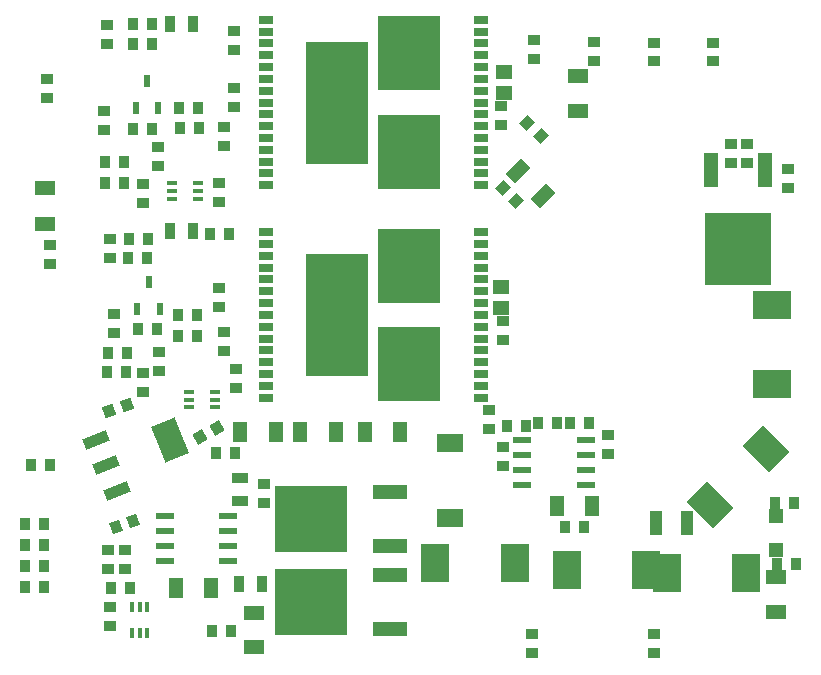
<source format=gbr>
%TF.GenerationSoftware,Altium Limited,Altium Designer,20.0.13 (296)*%
G04 Layer_Color=8421504*
%FSLAX45Y45*%
%MOMM*%
%TF.FileFunction,Paste,Top*%
%TF.Part,Single*%
G01*
G75*
%TA.AperFunction,SMDPad,CuDef*%
%ADD29R,0.90000X1.00000*%
%ADD30R,1.00000X0.90000*%
%ADD31R,0.95000X1.45000*%
%ADD32R,0.60000X1.00000*%
%ADD33R,0.95000X0.40000*%
%ADD34R,1.80000X1.15000*%
%ADD35R,1.00000X0.95000*%
G04:AMPARAMS|DCode=36|XSize=0.95mm|YSize=1mm|CornerRadius=0mm|HoleSize=0mm|Usage=FLASHONLY|Rotation=20.000|XOffset=0mm|YOffset=0mm|HoleType=Round|Shape=Rectangle|*
%AMROTATEDRECTD36*
4,1,4,-0.27534,-0.63231,-0.61736,0.30739,0.27534,0.63231,0.61736,-0.30739,-0.27534,-0.63231,0.0*
%
%ADD36ROTATEDRECTD36*%

G04:AMPARAMS|DCode=37|XSize=2.15mm|YSize=0.95mm|CornerRadius=0mm|HoleSize=0mm|Usage=FLASHONLY|Rotation=22.000|XOffset=0mm|YOffset=0mm|HoleType=Round|Shape=Rectangle|*
%AMROTATEDRECTD37*
4,1,4,-0.81879,-0.84311,-1.17466,0.03771,0.81879,0.84311,1.17466,-0.03771,-0.81879,-0.84311,0.0*
%
%ADD37ROTATEDRECTD37*%

G04:AMPARAMS|DCode=38|XSize=3.25mm|YSize=2.15mm|CornerRadius=0mm|HoleSize=0mm|Usage=FLASHONLY|Rotation=112.000|XOffset=0mm|YOffset=0mm|HoleType=Round|Shape=Rectangle|*
%AMROTATEDRECTD38*
4,1,4,1.60546,-1.10397,-0.38799,-1.90938,-1.60546,1.10397,0.38799,1.90938,1.60546,-1.10397,0.0*
%
%ADD38ROTATEDRECTD38*%

%ADD39R,1.30000X0.66500*%
%ADD40R,5.25000X6.23000*%
%ADD41R,5.25000X10.30000*%
%ADD42R,1.55000X0.60000*%
G04:AMPARAMS|DCode=43|XSize=0.9mm|YSize=1mm|CornerRadius=0mm|HoleSize=0mm|Usage=FLASHONLY|Rotation=20.000|XOffset=0mm|YOffset=0mm|HoleType=Round|Shape=Rectangle|*
%AMROTATEDRECTD43*
4,1,4,-0.25185,-0.62376,-0.59387,0.31594,0.25185,0.62376,0.59387,-0.31594,-0.25185,-0.62376,0.0*
%
%ADD43ROTATEDRECTD43*%

%ADD44R,0.40000X0.95000*%
%ADD45R,1.30000X1.80000*%
%ADD46R,0.95000X1.40000*%
%ADD47R,1.80000X1.30000*%
%ADD48R,0.95000X1.00000*%
G04:AMPARAMS|DCode=49|XSize=0.95mm|YSize=1mm|CornerRadius=0mm|HoleSize=0mm|Usage=FLASHONLY|Rotation=210.000|XOffset=0mm|YOffset=0mm|HoleType=Round|Shape=Rectangle|*
%AMROTATEDRECTD49*
4,1,4,0.16136,0.67051,0.66136,-0.19551,-0.16136,-0.67051,-0.66136,0.19551,0.16136,0.67051,0.0*
%
%ADD49ROTATEDRECTD49*%

%ADD50R,1.15000X1.80000*%
%ADD51R,1.40000X0.95000*%
%ADD52R,6.10000X5.55000*%
%ADD53R,2.85000X1.25000*%
%ADD54R,2.45000X3.20000*%
%ADD55R,2.20000X1.60000*%
%ADD56R,1.14000X2.03000*%
%ADD57R,1.20000X1.20000*%
%ADD58R,1.20000X1.20000*%
G04:AMPARAMS|DCode=59|XSize=3.2mm|YSize=2.45mm|CornerRadius=0mm|HoleSize=0mm|Usage=FLASHONLY|Rotation=315.000|XOffset=0mm|YOffset=0mm|HoleType=Round|Shape=Rectangle|*
%AMROTATEDRECTD59*
4,1,4,-1.99758,0.26517,-0.26517,1.99758,1.99758,-0.26517,0.26517,-1.99758,-1.99758,0.26517,0.0*
%
%ADD59ROTATEDRECTD59*%

%ADD60R,3.20000X2.45000*%
%ADD61R,1.25000X2.85000*%
%ADD62R,5.55000X6.10000*%
G04:AMPARAMS|DCode=63|XSize=0.95mm|YSize=1mm|CornerRadius=0mm|HoleSize=0mm|Usage=FLASHONLY|Rotation=135.000|XOffset=0mm|YOffset=0mm|HoleType=Round|Shape=Rectangle|*
%AMROTATEDRECTD63*
4,1,4,0.68943,0.01768,-0.01768,-0.68943,-0.68943,-0.01768,0.01768,0.68943,0.68943,0.01768,0.0*
%
%ADD63ROTATEDRECTD63*%

G04:AMPARAMS|DCode=64|XSize=1.15mm|YSize=1.8mm|CornerRadius=0mm|HoleSize=0mm|Usage=FLASHONLY|Rotation=135.000|XOffset=0mm|YOffset=0mm|HoleType=Round|Shape=Rectangle|*
%AMROTATEDRECTD64*
4,1,4,1.04298,0.22981,-0.22981,-1.04298,-1.04298,-0.22981,0.22981,1.04298,1.04298,0.22981,0.0*
%
%ADD64ROTATEDRECTD64*%

%ADD65R,1.45000X1.15000*%
G36*
X10442200Y8968100D02*
X10272200D01*
Y9166100D01*
X10442200Y9166101D01*
X10442200Y8968100D01*
D02*
G37*
G36*
X10200200D02*
X10030200D01*
X10030200Y9166100D01*
X10200200Y9166100D01*
X10200200Y8968100D01*
D02*
G37*
G36*
X10442200Y8698100D02*
X10272200D01*
X10272200Y8896100D01*
X10442200D01*
X10442200Y8698100D01*
D02*
G37*
G36*
X10200200D02*
X10030200D01*
X10030200Y8896100D01*
X10200200Y8896100D01*
X10200200Y8698100D01*
D02*
G37*
G36*
X6854700Y6678100D02*
X6656700D01*
Y6848100D01*
X6854700D01*
Y6678100D01*
D02*
G37*
G36*
X6584700D02*
X6386700D01*
Y6848100D01*
X6584700D01*
Y6678100D01*
D02*
G37*
G36*
X6854700Y6436100D02*
X6656700D01*
Y6606100D01*
X6854700D01*
Y6436100D01*
D02*
G37*
G36*
X6584700D02*
X6386700D01*
Y6606100D01*
X6584700D01*
Y6436100D01*
D02*
G37*
G36*
X6854700Y5979600D02*
X6656700D01*
Y6149600D01*
X6854700D01*
Y5979600D01*
D02*
G37*
G36*
X6584700D02*
X6386700D01*
Y6149600D01*
X6584700D01*
Y5979600D01*
D02*
G37*
G36*
X6854700Y5737600D02*
X6656700D01*
Y5907600D01*
X6854700D01*
Y5737600D01*
D02*
G37*
G36*
X6584700D02*
X6386700D01*
Y5907600D01*
X6584700D01*
Y5737600D01*
D02*
G37*
D29*
X5110500Y10833100D02*
D03*
X5270500D02*
D03*
X5110500Y10668000D02*
D03*
X5270500D02*
D03*
X5664200Y10121900D02*
D03*
X5504200D02*
D03*
X5668000Y9956800D02*
D03*
X5508000D02*
D03*
X5114300Y9944100D02*
D03*
X5274300D02*
D03*
X4873000Y9664700D02*
D03*
X5033000D02*
D03*
X5076200Y9017000D02*
D03*
X5236200D02*
D03*
X5761583Y9054572D02*
D03*
X5921584D02*
D03*
X4874980Y9486591D02*
D03*
X5034980D02*
D03*
X5072400Y8851900D02*
D03*
X5232400D02*
D03*
X5491500Y8369300D02*
D03*
X5651500D02*
D03*
X5655300Y8191500D02*
D03*
X5495300D02*
D03*
X5152400Y8255000D02*
D03*
X5312400D02*
D03*
X4898400Y8051800D02*
D03*
X5058400D02*
D03*
X4894600Y7886700D02*
D03*
X5054600D02*
D03*
X4923800Y6057900D02*
D03*
X5083800D02*
D03*
X5781317Y5698847D02*
D03*
X5941317D02*
D03*
X4199900Y6604000D02*
D03*
X4359900D02*
D03*
X4199900Y6248400D02*
D03*
X4359900D02*
D03*
X4199900Y6070600D02*
D03*
X4359900D02*
D03*
X5972800Y7200900D02*
D03*
X5812800D02*
D03*
X8276600Y7429500D02*
D03*
X8436600D02*
D03*
D30*
X4889500Y10828000D02*
D03*
Y10668000D02*
D03*
X5969000Y10613295D02*
D03*
Y10773295D02*
D03*
Y10130800D02*
D03*
Y10290800D02*
D03*
X5880100Y9804400D02*
D03*
Y9964400D02*
D03*
X4864100Y9940300D02*
D03*
Y10100300D02*
D03*
X5321300Y9635500D02*
D03*
Y9795500D02*
D03*
X5194300Y9318000D02*
D03*
Y9478000D02*
D03*
X5842000Y9330700D02*
D03*
Y9490700D02*
D03*
X4917400Y9014756D02*
D03*
Y8854756D02*
D03*
X4955500Y8219659D02*
D03*
Y8379659D02*
D03*
X5334000Y7899400D02*
D03*
Y8059400D02*
D03*
X5194300Y7717800D02*
D03*
Y7877800D02*
D03*
X5842000Y8437900D02*
D03*
Y8597900D02*
D03*
X5880100Y8064500D02*
D03*
Y8224500D02*
D03*
X5981700Y7755900D02*
D03*
Y7915900D02*
D03*
X5041900Y6219200D02*
D03*
Y6379200D02*
D03*
X4902200Y6219200D02*
D03*
Y6379200D02*
D03*
X4914900Y5896600D02*
D03*
Y5736600D02*
D03*
X6223000Y6778000D02*
D03*
Y6938000D02*
D03*
X8242300Y7095500D02*
D03*
Y7255500D02*
D03*
D31*
X5622125Y10833767D02*
D03*
X5422125D02*
D03*
X5624500Y9080500D02*
D03*
X5424500D02*
D03*
D32*
X5232400Y10351200D02*
D03*
X5327400Y10121200D02*
D03*
X5137400D02*
D03*
X5245100Y8649400D02*
D03*
X5340100Y8419400D02*
D03*
X5150100D02*
D03*
D33*
X5659900Y9488400D02*
D03*
Y9423400D02*
D03*
Y9358400D02*
D03*
X5439900D02*
D03*
Y9423400D02*
D03*
Y9488400D02*
D03*
X5808095Y7720927D02*
D03*
Y7655927D02*
D03*
Y7590926D02*
D03*
X5588095D02*
D03*
Y7655927D02*
D03*
Y7720927D02*
D03*
D34*
X4368800Y9446400D02*
D03*
Y9146400D02*
D03*
X8877300Y10398900D02*
D03*
Y10098900D02*
D03*
X10552903Y5857995D02*
D03*
Y6157995D02*
D03*
D35*
X4409700Y8963293D02*
D03*
Y8803293D02*
D03*
X8242300Y8162300D02*
D03*
Y8322300D02*
D03*
X9131300Y7357100D02*
D03*
Y7197100D02*
D03*
X8130700Y7565595D02*
D03*
Y7405595D02*
D03*
X10655300Y9445000D02*
D03*
Y9605000D02*
D03*
X10312400Y9660900D02*
D03*
Y9820900D02*
D03*
X10172700Y9660900D02*
D03*
Y9820900D02*
D03*
X8229600Y9978400D02*
D03*
Y10138400D02*
D03*
X9017000Y10524500D02*
D03*
Y10684500D02*
D03*
X8509000Y10537200D02*
D03*
Y10697200D02*
D03*
X8491954Y5668500D02*
D03*
Y5508500D02*
D03*
X9525000Y5668000D02*
D03*
Y5508000D02*
D03*
Y10679184D02*
D03*
Y10519184D02*
D03*
X10027364Y10679423D02*
D03*
Y10519423D02*
D03*
X4381500Y10367000D02*
D03*
Y10207000D02*
D03*
D36*
X4908164Y7559556D02*
D03*
X5058515Y7614279D02*
D03*
D37*
X4802390Y7311783D02*
D03*
X4888550Y7098530D02*
D03*
X4974709Y6885278D02*
D03*
D38*
X5426316Y7315801D02*
D03*
D39*
X6235700Y10871200D02*
D03*
Y10771200D02*
D03*
Y10671200D02*
D03*
Y10571200D02*
D03*
Y10471200D02*
D03*
Y10371200D02*
D03*
Y10271200D02*
D03*
Y10171200D02*
D03*
Y10071200D02*
D03*
Y9971200D02*
D03*
Y9871200D02*
D03*
Y9771200D02*
D03*
Y9671200D02*
D03*
Y9571200D02*
D03*
Y9471200D02*
D03*
X8055700D02*
D03*
Y9571200D02*
D03*
Y9671200D02*
D03*
Y9771200D02*
D03*
Y9871200D02*
D03*
Y9971200D02*
D03*
Y10071200D02*
D03*
Y10171200D02*
D03*
Y10271200D02*
D03*
Y10371200D02*
D03*
Y10471200D02*
D03*
Y10571200D02*
D03*
Y10671200D02*
D03*
Y10771200D02*
D03*
Y10871200D02*
D03*
X6235700Y9073295D02*
D03*
Y8973295D02*
D03*
Y8873295D02*
D03*
Y8773295D02*
D03*
Y8673295D02*
D03*
Y8573295D02*
D03*
Y8473295D02*
D03*
Y8373295D02*
D03*
Y8273295D02*
D03*
Y8173295D02*
D03*
Y8073295D02*
D03*
Y7973295D02*
D03*
Y7873295D02*
D03*
Y7773295D02*
D03*
Y7673295D02*
D03*
X8055700D02*
D03*
Y7773295D02*
D03*
Y7873295D02*
D03*
Y7973295D02*
D03*
Y8073295D02*
D03*
Y8173295D02*
D03*
Y8273295D02*
D03*
Y8373295D02*
D03*
Y8473295D02*
D03*
Y8573295D02*
D03*
Y8673295D02*
D03*
Y8773295D02*
D03*
Y8873295D02*
D03*
Y8973295D02*
D03*
Y9073295D02*
D03*
D40*
X7450700Y10587700D02*
D03*
Y9754700D02*
D03*
Y8789795D02*
D03*
Y7956795D02*
D03*
D41*
X6840700Y10171200D02*
D03*
Y8373295D02*
D03*
D42*
X5921500Y6286500D02*
D03*
Y6413500D02*
D03*
Y6540500D02*
D03*
Y6667500D02*
D03*
X5381500Y6286500D02*
D03*
Y6413500D02*
D03*
Y6540500D02*
D03*
Y6667500D02*
D03*
X8404900Y7315200D02*
D03*
Y7188200D02*
D03*
Y7061200D02*
D03*
Y6934200D02*
D03*
X8944900Y7315200D02*
D03*
Y7188200D02*
D03*
Y7061200D02*
D03*
Y6934200D02*
D03*
D43*
X4966724Y6576638D02*
D03*
X5117076Y6631362D02*
D03*
D44*
X5233900Y5681200D02*
D03*
X5168900D02*
D03*
X5103900D02*
D03*
Y5901200D02*
D03*
X5168900D02*
D03*
X5233900D02*
D03*
D45*
X5481100Y6057900D02*
D03*
X5771100D02*
D03*
D46*
X6208700Y6096000D02*
D03*
X6008700D02*
D03*
D47*
X6134100Y5562600D02*
D03*
Y5852600D02*
D03*
D48*
X4410700Y7099300D02*
D03*
X4250700D02*
D03*
X4199900Y6426200D02*
D03*
X4359900D02*
D03*
X8703300Y7454900D02*
D03*
X8543300D02*
D03*
X8810000D02*
D03*
X8970000D02*
D03*
X8931900Y6580600D02*
D03*
X8771900D02*
D03*
X10722600Y6261100D02*
D03*
X10562600D02*
D03*
X10709900Y6781800D02*
D03*
X10549900D02*
D03*
D49*
X5822382Y7418700D02*
D03*
X5683818Y7338700D02*
D03*
D50*
X7373900Y7378700D02*
D03*
X7073900D02*
D03*
X6830200D02*
D03*
X6530200D02*
D03*
X6322200D02*
D03*
X6022200D02*
D03*
X8701900Y6757307D02*
D03*
X9001900D02*
D03*
D51*
X6019800Y6994500D02*
D03*
Y6794500D02*
D03*
D52*
X6620700Y6642100D02*
D03*
Y5943600D02*
D03*
D53*
X7285700Y6870100D02*
D03*
Y6414100D02*
D03*
Y5715600D02*
D03*
Y6171600D02*
D03*
D54*
X8343900Y6273800D02*
D03*
X7673900D02*
D03*
X9453600Y6210300D02*
D03*
X8783600D02*
D03*
X9634500Y6184900D02*
D03*
X10304500D02*
D03*
D55*
X7797800Y6652300D02*
D03*
Y7292300D02*
D03*
D56*
X9540081Y6608470D02*
D03*
X9807081D02*
D03*
D57*
X10553700Y6384800D02*
D03*
D58*
Y6670800D02*
D03*
D59*
X9999319Y6760819D02*
D03*
X10473081Y7234581D02*
D03*
D60*
X10522047Y8456746D02*
D03*
Y7786746D02*
D03*
D61*
X10464200Y9597100D02*
D03*
X10008200Y9597100D02*
D03*
D62*
X10236200Y8932100D02*
D03*
D63*
X8242300Y9448800D02*
D03*
X8355437Y9335663D02*
D03*
X8565569Y9887531D02*
D03*
X8452431Y10000669D02*
D03*
D64*
X8580588Y9376050D02*
D03*
X8368455Y9588182D02*
D03*
D65*
X8255000Y10427800D02*
D03*
Y10247800D02*
D03*
X8224585Y8609606D02*
D03*
Y8429605D02*
D03*
%TF.MD5,dddb8c1f9921a52a04b80c9a60d0f945*%
M02*

</source>
